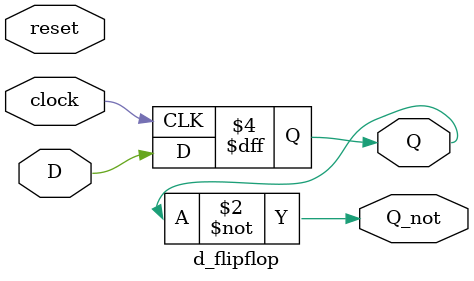
<source format=v>
module d_flipflop(
    input D,         // Data Input (sw[0])
    input clock,     // Clock Input (btnC)
    input reset,     // Reset Input (optional, but good practice)
    output reg Q,    // Output Q (led[0])
    output wire Q_not // Output ~Q (led[1])
);

    // Initial state setup
    initial begin
        Q <= 0;
    end

    // Following the 'byte_memory_ff' example:
    always @(posedge clock) begin
        Q <= D;
    end

    // Inverting output is simply the NOT of Q
    assign Q_not = ~Q;

endmodule
</source>
